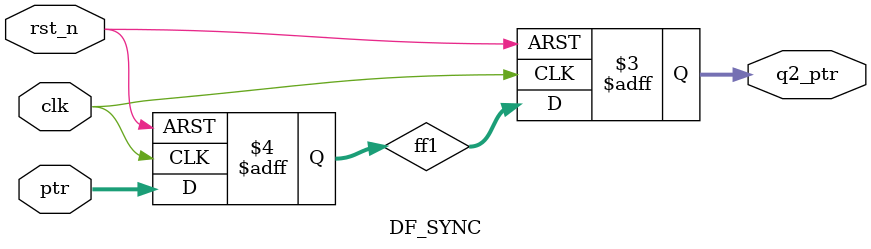
<source format=sv>
module DF_SYNC(
input wire clk, rst_n,
input wire [3:0] ptr,
output reg [3:0] q2_ptr
);
reg [3:0] ff1;
always@(posedge clk or negedge rst_n)
begin
    if(!rst_n)
    begin
        ff1 <= 4'd0;
        q2_ptr <= 4'd0;
    end
    else begin
        ff1 <= ptr;
        q2_ptr <= ff1;
    end
end
endmodule
</source>
